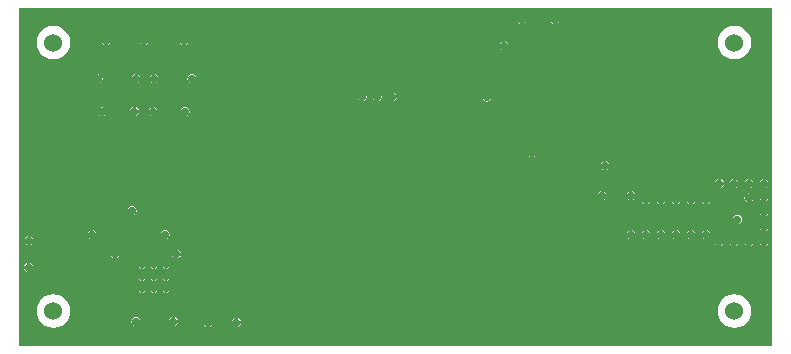
<source format=gbl>
G04*
G04 #@! TF.GenerationSoftware,Altium Limited,Altium Designer,20.1.14 (287)*
G04*
G04 Layer_Physical_Order=5*
G04 Layer_Color=16711680*
%FSLAX25Y25*%
%MOIN*%
G70*
G04*
G04 #@! TF.SameCoordinates,6CECFA62-5CAE-4AFB-ABBD-F4F89981EE89*
G04*
G04*
G04 #@! TF.FilePolarity,Positive*
G04*
G01*
G75*
%ADD55C,0.06000*%
%ADD56C,0.02900*%
%ADD57C,0.02800*%
%ADD58C,0.01968*%
G36*
X453500Y185000D02*
X202500D01*
Y297000D01*
X202462Y297038D01*
X202653Y297500D01*
X453500D01*
Y185000D01*
D02*
G37*
%LPC*%
G36*
X381581Y294879D02*
Y294000D01*
X382460D01*
X382447Y294066D01*
X382127Y294545D01*
X381647Y294866D01*
X381581Y294879D01*
D02*
G37*
G36*
X380581D02*
X380516Y294866D01*
X380036Y294545D01*
X379715Y294066D01*
X379702Y294000D01*
X380581D01*
Y294879D01*
D02*
G37*
G36*
X370602D02*
Y294000D01*
X371481D01*
X371468Y294066D01*
X371148Y294545D01*
X370668Y294866D01*
X370602Y294879D01*
D02*
G37*
G36*
X369602D02*
X369537Y294866D01*
X369057Y294545D01*
X368737Y294066D01*
X368723Y294000D01*
X369602D01*
Y294879D01*
D02*
G37*
G36*
X382460Y293000D02*
X381581D01*
Y292121D01*
X381647Y292134D01*
X382127Y292455D01*
X382447Y292934D01*
X382460Y293000D01*
D02*
G37*
G36*
X380581D02*
X379702D01*
X379715Y292934D01*
X380036Y292455D01*
X380516Y292134D01*
X380581Y292121D01*
Y293000D01*
D02*
G37*
G36*
X371481D02*
X370602D01*
Y292121D01*
X370668Y292134D01*
X371148Y292455D01*
X371468Y292934D01*
X371481Y293000D01*
D02*
G37*
G36*
X369602D02*
X368723D01*
X368737Y292934D01*
X369057Y292455D01*
X369537Y292134D01*
X369602Y292121D01*
Y293000D01*
D02*
G37*
G36*
X244750Y287879D02*
Y287000D01*
X245629D01*
X245616Y287066D01*
X245295Y287545D01*
X244816Y287866D01*
X244750Y287879D01*
D02*
G37*
G36*
X243750D02*
X243684Y287866D01*
X243205Y287545D01*
X242884Y287066D01*
X242871Y287000D01*
X243750D01*
Y287879D01*
D02*
G37*
G36*
X364595Y286379D02*
Y285500D01*
X365473D01*
X365460Y285566D01*
X365140Y286045D01*
X364660Y286366D01*
X364595Y286379D01*
D02*
G37*
G36*
X363595D02*
X363529Y286366D01*
X363049Y286045D01*
X362729Y285566D01*
X362716Y285500D01*
X363595D01*
Y286379D01*
D02*
G37*
G36*
X245629Y286000D02*
X244750D01*
Y285121D01*
X244816Y285134D01*
X245295Y285455D01*
X245616Y285934D01*
X245629Y286000D01*
D02*
G37*
G36*
X243750D02*
X242871D01*
X242884Y285934D01*
X243205Y285455D01*
X243684Y285134D01*
X243750Y285121D01*
Y286000D01*
D02*
G37*
G36*
X231500Y287927D02*
X230954Y287819D01*
X230491Y287509D01*
X230181Y287046D01*
X230073Y286500D01*
X230181Y285954D01*
X230491Y285491D01*
X230954Y285181D01*
X231500Y285073D01*
X232046Y285181D01*
X232509Y285491D01*
X232819Y285954D01*
X232927Y286500D01*
X232819Y287046D01*
X232509Y287509D01*
X232046Y287819D01*
X231500Y287927D01*
D02*
G37*
G36*
X257500Y287978D02*
X256934Y287866D01*
X256455Y287545D01*
X256134Y287066D01*
X256022Y286500D01*
X256134Y285934D01*
X256455Y285455D01*
X256934Y285134D01*
X257500Y285022D01*
X258066Y285134D01*
X258545Y285455D01*
X258866Y285934D01*
X258978Y286500D01*
X258866Y287066D01*
X258545Y287545D01*
X258066Y287866D01*
X257500Y287978D01*
D02*
G37*
G36*
X365473Y284500D02*
X364595D01*
Y283621D01*
X364660Y283634D01*
X365140Y283955D01*
X365460Y284434D01*
X365473Y284500D01*
D02*
G37*
G36*
X363595D02*
X362716D01*
X362729Y284434D01*
X363049Y283955D01*
X363529Y283634D01*
X363595Y283621D01*
Y284500D01*
D02*
G37*
G36*
X441000Y291648D02*
X439538Y291456D01*
X438176Y290892D01*
X437006Y289994D01*
X436108Y288824D01*
X435544Y287462D01*
X435352Y286000D01*
X435544Y284538D01*
X436108Y283176D01*
X437006Y282006D01*
X438176Y281108D01*
X439538Y280544D01*
X441000Y280352D01*
X442462Y280544D01*
X443824Y281108D01*
X444994Y282006D01*
X445892Y283176D01*
X446456Y284538D01*
X446648Y286000D01*
X446456Y287462D01*
X445892Y288824D01*
X444994Y289994D01*
X443824Y290892D01*
X442462Y291456D01*
X441000Y291648D01*
D02*
G37*
G36*
X214000D02*
X212538Y291456D01*
X211176Y290892D01*
X210006Y289994D01*
X209108Y288824D01*
X208544Y287462D01*
X208352Y286000D01*
X208544Y284538D01*
X209108Y283176D01*
X210006Y282006D01*
X211176Y281108D01*
X212538Y280544D01*
X214000Y280352D01*
X215462Y280544D01*
X216824Y281108D01*
X217994Y282006D01*
X218892Y283176D01*
X219456Y284538D01*
X219648Y286000D01*
X219456Y287462D01*
X218892Y288824D01*
X217994Y289994D01*
X216824Y290892D01*
X215462Y291456D01*
X214000Y291648D01*
D02*
G37*
G36*
X248000Y275379D02*
Y274500D01*
X248879D01*
X248866Y274566D01*
X248545Y275045D01*
X248066Y275366D01*
X248000Y275379D01*
D02*
G37*
G36*
X247000D02*
X246934Y275366D01*
X246455Y275045D01*
X246134Y274566D01*
X246121Y274500D01*
X247000D01*
Y275379D01*
D02*
G37*
G36*
X242098D02*
Y274500D01*
X242977D01*
X242964Y274566D01*
X242644Y275045D01*
X242164Y275366D01*
X242098Y275379D01*
D02*
G37*
G36*
X241098D02*
X241033Y275366D01*
X240553Y275045D01*
X240233Y274566D01*
X240219Y274500D01*
X241098D01*
Y275379D01*
D02*
G37*
G36*
X248879Y273500D02*
X248000D01*
Y272621D01*
X248066Y272634D01*
X248545Y272955D01*
X248866Y273434D01*
X248879Y273500D01*
D02*
G37*
G36*
X247000D02*
X246121D01*
X246134Y273434D01*
X246455Y272955D01*
X246934Y272634D01*
X247000Y272621D01*
Y273500D01*
D02*
G37*
G36*
X242977D02*
X242098D01*
Y272621D01*
X242164Y272634D01*
X242644Y272955D01*
X242964Y273434D01*
X242977Y273500D01*
D02*
G37*
G36*
X241098D02*
X240219D01*
X240233Y273434D01*
X240553Y272955D01*
X241033Y272634D01*
X241098Y272621D01*
Y273500D01*
D02*
G37*
G36*
X229000Y275427D02*
X228454Y275319D01*
X227991Y275009D01*
X227681Y274546D01*
X227573Y274000D01*
X227681Y273454D01*
X227991Y272991D01*
X228454Y272681D01*
X229000Y272573D01*
X229546Y272681D01*
X230009Y272991D01*
X230319Y273454D01*
X230427Y274000D01*
X230319Y274546D01*
X230009Y275009D01*
X229546Y275319D01*
X229000Y275427D01*
D02*
G37*
G36*
X260098Y275478D02*
X259533Y275366D01*
X259053Y275045D01*
X258733Y274566D01*
X258620Y274000D01*
X258733Y273434D01*
X259053Y272955D01*
X259533Y272634D01*
X260098Y272522D01*
X260664Y272634D01*
X261144Y272955D01*
X261464Y273434D01*
X261577Y274000D01*
X261464Y274566D01*
X261144Y275045D01*
X260664Y275366D01*
X260098Y275478D01*
D02*
G37*
G36*
X327500Y269328D02*
Y268449D01*
X328379D01*
X328366Y268515D01*
X328045Y268994D01*
X327566Y269315D01*
X327500Y269328D01*
D02*
G37*
G36*
X326500D02*
X326434Y269315D01*
X325955Y268994D01*
X325634Y268515D01*
X325621Y268449D01*
X326500D01*
Y269328D01*
D02*
G37*
G36*
X328379Y267449D02*
X327500D01*
Y266570D01*
X327566Y266583D01*
X328045Y266903D01*
X328366Y267383D01*
X328379Y267449D01*
D02*
G37*
G36*
X326500D02*
X325621D01*
X325634Y267383D01*
X325955Y266903D01*
X326434Y266583D01*
X326500Y266570D01*
Y267449D01*
D02*
G37*
G36*
X322000Y269325D02*
X321454Y269216D01*
X320991Y268907D01*
X320681Y268444D01*
X320573Y267898D01*
X320681Y267351D01*
X320991Y266888D01*
X321454Y266579D01*
X322000Y266470D01*
X322546Y266579D01*
X323009Y266888D01*
X323319Y267351D01*
X323427Y267898D01*
X323319Y268444D01*
X323009Y268907D01*
X322546Y269216D01*
X322000Y269325D01*
D02*
G37*
G36*
X317000D02*
X316454Y269216D01*
X315991Y268907D01*
X315681Y268444D01*
X315573Y267898D01*
X315681Y267351D01*
X315991Y266888D01*
X316454Y266579D01*
X317000Y266470D01*
X317546Y266579D01*
X318009Y266888D01*
X318319Y267351D01*
X318427Y267898D01*
X318319Y268444D01*
X318009Y268907D01*
X317546Y269216D01*
X317000Y269325D01*
D02*
G37*
G36*
X358500Y269230D02*
X357934Y269118D01*
X357455Y268797D01*
X357134Y268318D01*
X357022Y267752D01*
X357134Y267186D01*
X357455Y266707D01*
X357934Y266386D01*
X358500Y266274D01*
X359066Y266386D01*
X359545Y266707D01*
X359866Y267186D01*
X359978Y267752D01*
X359866Y268318D01*
X359545Y268797D01*
X359066Y269118D01*
X358500Y269230D01*
D02*
G37*
G36*
X247581Y264379D02*
Y263500D01*
X248460D01*
X248447Y263566D01*
X248127Y264045D01*
X247647Y264366D01*
X247581Y264379D01*
D02*
G37*
G36*
X246581D02*
X246515Y264366D01*
X246036Y264045D01*
X245715Y263566D01*
X245702Y263500D01*
X246581D01*
Y264379D01*
D02*
G37*
G36*
X241500D02*
Y263500D01*
X242379D01*
X242366Y263566D01*
X242045Y264045D01*
X241566Y264366D01*
X241500Y264379D01*
D02*
G37*
G36*
X240500D02*
X240434Y264366D01*
X239955Y264045D01*
X239634Y263566D01*
X239621Y263500D01*
X240500D01*
Y264379D01*
D02*
G37*
G36*
X248460Y262500D02*
X247581D01*
Y261621D01*
X247647Y261634D01*
X248127Y261955D01*
X248447Y262434D01*
X248460Y262500D01*
D02*
G37*
G36*
X246581D02*
X245702D01*
X245715Y262434D01*
X246036Y261955D01*
X246515Y261634D01*
X246581Y261621D01*
Y262500D01*
D02*
G37*
G36*
X242379D02*
X241500D01*
Y261621D01*
X241566Y261634D01*
X242045Y261955D01*
X242366Y262434D01*
X242379Y262500D01*
D02*
G37*
G36*
X240500D02*
X239621D01*
X239634Y262434D01*
X239955Y261955D01*
X240434Y261634D01*
X240500Y261621D01*
Y262500D01*
D02*
G37*
G36*
X230163Y264427D02*
X229616Y264319D01*
X229153Y264009D01*
X228844Y263546D01*
X228735Y263000D01*
X228844Y262454D01*
X229153Y261991D01*
X229616Y261681D01*
X230163Y261573D01*
X230709Y261681D01*
X231172Y261991D01*
X231481Y262454D01*
X231590Y263000D01*
X231481Y263546D01*
X231172Y264009D01*
X230709Y264319D01*
X230163Y264427D01*
D02*
G37*
G36*
X257919Y264478D02*
X257353Y264366D01*
X256873Y264045D01*
X256553Y263566D01*
X256440Y263000D01*
X256553Y262434D01*
X256873Y261955D01*
X257353Y261634D01*
X257919Y261522D01*
X258485Y261634D01*
X258964Y261955D01*
X259285Y262434D01*
X259397Y263000D01*
X259285Y263566D01*
X258964Y264045D01*
X258485Y264366D01*
X257919Y264478D01*
D02*
G37*
G36*
X374000Y250576D02*
Y249748D01*
X374828D01*
X374819Y249794D01*
X374509Y250257D01*
X374046Y250567D01*
X374000Y250576D01*
D02*
G37*
G36*
X373000D02*
X372954Y250567D01*
X372491Y250257D01*
X372181Y249794D01*
X372172Y249748D01*
X373000D01*
Y250576D01*
D02*
G37*
G36*
X374828Y248748D02*
X374000D01*
Y247920D01*
X374046Y247929D01*
X374509Y248239D01*
X374819Y248702D01*
X374828Y248748D01*
D02*
G37*
G36*
X373000D02*
X372172D01*
X372181Y248702D01*
X372491Y248239D01*
X372954Y247929D01*
X373000Y247920D01*
Y248748D01*
D02*
G37*
G36*
X398311Y246379D02*
Y245500D01*
X399190D01*
X399177Y245566D01*
X398856Y246045D01*
X398377Y246366D01*
X398311Y246379D01*
D02*
G37*
G36*
X397311D02*
X397245Y246366D01*
X396766Y246045D01*
X396445Y245566D01*
X396432Y245500D01*
X397311D01*
Y246379D01*
D02*
G37*
G36*
X399190Y244500D02*
X398311D01*
Y243621D01*
X398377Y243634D01*
X398856Y243955D01*
X399177Y244434D01*
X399190Y244500D01*
D02*
G37*
G36*
X397311D02*
X396432D01*
X396445Y244434D01*
X396766Y243955D01*
X397245Y243634D01*
X397311Y243621D01*
Y244500D01*
D02*
G37*
G36*
X451419Y240379D02*
Y239500D01*
X452298D01*
X452285Y239566D01*
X451964Y240045D01*
X451484Y240366D01*
X451419Y240379D01*
D02*
G37*
G36*
X450419D02*
X450353Y240366D01*
X449873Y240045D01*
X449553Y239566D01*
X449540Y239500D01*
X450419D01*
Y240379D01*
D02*
G37*
G36*
X446419D02*
Y239500D01*
X447298D01*
X447285Y239566D01*
X446964Y240045D01*
X446485Y240366D01*
X446419Y240379D01*
D02*
G37*
G36*
X445419D02*
X445353Y240366D01*
X444873Y240045D01*
X444553Y239566D01*
X444540Y239500D01*
X445419D01*
Y240379D01*
D02*
G37*
G36*
X441419D02*
Y239500D01*
X442298D01*
X442285Y239566D01*
X441964Y240045D01*
X441484Y240366D01*
X441419Y240379D01*
D02*
G37*
G36*
X440419D02*
X440353Y240366D01*
X439873Y240045D01*
X439553Y239566D01*
X439540Y239500D01*
X440419D01*
Y240379D01*
D02*
G37*
G36*
X436500D02*
Y239500D01*
X437379D01*
X437366Y239566D01*
X437045Y240045D01*
X436566Y240366D01*
X436500Y240379D01*
D02*
G37*
G36*
X435500D02*
X435434Y240366D01*
X434955Y240045D01*
X434634Y239566D01*
X434621Y239500D01*
X435500D01*
Y240379D01*
D02*
G37*
G36*
X452298Y238500D02*
X451419D01*
Y237621D01*
X451484Y237634D01*
X451964Y237955D01*
X452285Y238434D01*
X452298Y238500D01*
D02*
G37*
G36*
X450419D02*
X449540D01*
X449553Y238434D01*
X449873Y237955D01*
X450353Y237634D01*
X450419Y237621D01*
Y238500D01*
D02*
G37*
G36*
X447298D02*
X446419D01*
Y237621D01*
X446485Y237634D01*
X446964Y237955D01*
X447285Y238434D01*
X447298Y238500D01*
D02*
G37*
G36*
X445419D02*
X444540D01*
X444553Y238434D01*
X444873Y237955D01*
X445353Y237634D01*
X445419Y237621D01*
Y238500D01*
D02*
G37*
G36*
X442298D02*
X441419D01*
Y237621D01*
X441484Y237634D01*
X441964Y237955D01*
X442285Y238434D01*
X442298Y238500D01*
D02*
G37*
G36*
X440419D02*
X439540D01*
X439553Y238434D01*
X439873Y237955D01*
X440353Y237634D01*
X440419Y237621D01*
Y238500D01*
D02*
G37*
G36*
X437379D02*
X436500D01*
Y237621D01*
X436566Y237634D01*
X437045Y237955D01*
X437366Y238434D01*
X437379Y238500D01*
D02*
G37*
G36*
X435500D02*
X434621D01*
X434634Y238434D01*
X434955Y237955D01*
X435434Y237634D01*
X435500Y237621D01*
Y238500D01*
D02*
G37*
G36*
X407000Y236379D02*
Y235500D01*
X407879D01*
X407866Y235566D01*
X407545Y236045D01*
X407066Y236366D01*
X407000Y236379D01*
D02*
G37*
G36*
X406000D02*
X405934Y236366D01*
X405455Y236045D01*
X405134Y235566D01*
X405121Y235500D01*
X406000D01*
Y236379D01*
D02*
G37*
G36*
X397419D02*
Y235500D01*
X398298D01*
X398285Y235566D01*
X397964Y236045D01*
X397484Y236366D01*
X397419Y236379D01*
D02*
G37*
G36*
X396419D02*
X396353Y236366D01*
X395873Y236045D01*
X395553Y235566D01*
X395540Y235500D01*
X396419D01*
Y236379D01*
D02*
G37*
G36*
X451419Y235879D02*
Y235000D01*
X452298D01*
X452285Y235066D01*
X451964Y235545D01*
X451484Y235866D01*
X451419Y235879D01*
D02*
G37*
G36*
X450419D02*
X450353Y235866D01*
X449873Y235545D01*
X449553Y235066D01*
X449540Y235000D01*
X450419D01*
Y235879D01*
D02*
G37*
G36*
X432000Y234879D02*
Y234000D01*
X432879D01*
X432866Y234066D01*
X432545Y234545D01*
X432066Y234866D01*
X432000Y234879D01*
D02*
G37*
G36*
X431000D02*
X430934Y234866D01*
X430455Y234545D01*
X430134Y234066D01*
X430121Y234000D01*
X431000D01*
Y234879D01*
D02*
G37*
G36*
X427000D02*
Y234000D01*
X427879D01*
X427866Y234066D01*
X427545Y234545D01*
X427066Y234866D01*
X427000Y234879D01*
D02*
G37*
G36*
X426000D02*
X425934Y234866D01*
X425455Y234545D01*
X425134Y234066D01*
X425121Y234000D01*
X426000D01*
Y234879D01*
D02*
G37*
G36*
X422000D02*
Y234000D01*
X422879D01*
X422866Y234066D01*
X422545Y234545D01*
X422066Y234866D01*
X422000Y234879D01*
D02*
G37*
G36*
X421000D02*
X420934Y234866D01*
X420455Y234545D01*
X420134Y234066D01*
X420121Y234000D01*
X421000D01*
Y234879D01*
D02*
G37*
G36*
X417000D02*
Y234000D01*
X417879D01*
X417866Y234066D01*
X417545Y234545D01*
X417066Y234866D01*
X417000Y234879D01*
D02*
G37*
G36*
X416000D02*
X415934Y234866D01*
X415455Y234545D01*
X415134Y234066D01*
X415121Y234000D01*
X416000D01*
Y234879D01*
D02*
G37*
G36*
X412000D02*
Y234000D01*
X412879D01*
X412866Y234066D01*
X412545Y234545D01*
X412066Y234866D01*
X412000Y234879D01*
D02*
G37*
G36*
X411000D02*
X410934Y234866D01*
X410455Y234545D01*
X410134Y234066D01*
X410121Y234000D01*
X411000D01*
Y234879D01*
D02*
G37*
G36*
X407879Y234500D02*
X407000D01*
Y233621D01*
X407066Y233634D01*
X407545Y233955D01*
X407866Y234434D01*
X407879Y234500D01*
D02*
G37*
G36*
X406000D02*
X405121D01*
X405134Y234434D01*
X405455Y233955D01*
X405934Y233634D01*
X406000Y233621D01*
Y234500D01*
D02*
G37*
G36*
X398298D02*
X397419D01*
Y233621D01*
X397484Y233634D01*
X397964Y233955D01*
X398285Y234434D01*
X398298Y234500D01*
D02*
G37*
G36*
X396419D02*
X395540D01*
X395553Y234434D01*
X395873Y233955D01*
X396353Y233634D01*
X396419Y233621D01*
Y234500D01*
D02*
G37*
G36*
X452298Y234000D02*
X451419D01*
Y233121D01*
X451484Y233134D01*
X451964Y233455D01*
X452285Y233934D01*
X452298Y234000D01*
D02*
G37*
G36*
X450419D02*
X449540D01*
X449553Y233934D01*
X449873Y233455D01*
X450353Y233134D01*
X450419Y233121D01*
Y234000D01*
D02*
G37*
G36*
X445740Y235703D02*
X445174Y235590D01*
X444695Y235270D01*
X444374Y234790D01*
X444262Y234224D01*
X444374Y233659D01*
X444695Y233179D01*
X445174Y232858D01*
X445740Y232746D01*
X446306Y232858D01*
X446785Y233179D01*
X447106Y233659D01*
X447219Y234224D01*
X447106Y234790D01*
X446785Y235270D01*
X446306Y235590D01*
X445740Y235703D01*
D02*
G37*
G36*
X432879Y233000D02*
X432000D01*
Y232121D01*
X432066Y232134D01*
X432545Y232455D01*
X432866Y232934D01*
X432879Y233000D01*
D02*
G37*
G36*
X431000D02*
X430121D01*
X430134Y232934D01*
X430455Y232455D01*
X430934Y232134D01*
X431000Y232121D01*
Y233000D01*
D02*
G37*
G36*
X427879D02*
X427000D01*
Y232121D01*
X427066Y232134D01*
X427545Y232455D01*
X427866Y232934D01*
X427879Y233000D01*
D02*
G37*
G36*
X426000D02*
X425121D01*
X425134Y232934D01*
X425455Y232455D01*
X425934Y232134D01*
X426000Y232121D01*
Y233000D01*
D02*
G37*
G36*
X422879D02*
X422000D01*
Y232121D01*
X422066Y232134D01*
X422545Y232455D01*
X422866Y232934D01*
X422879Y233000D01*
D02*
G37*
G36*
X421000D02*
X420121D01*
X420134Y232934D01*
X420455Y232455D01*
X420934Y232134D01*
X421000Y232121D01*
Y233000D01*
D02*
G37*
G36*
X417879D02*
X417000D01*
Y232121D01*
X417066Y232134D01*
X417545Y232455D01*
X417866Y232934D01*
X417879Y233000D01*
D02*
G37*
G36*
X416000D02*
X415121D01*
X415134Y232934D01*
X415455Y232455D01*
X415934Y232134D01*
X416000Y232121D01*
Y233000D01*
D02*
G37*
G36*
X412879D02*
X412000D01*
Y232121D01*
X412066Y232134D01*
X412545Y232455D01*
X412866Y232934D01*
X412879Y233000D01*
D02*
G37*
G36*
X411000D02*
X410121D01*
X410134Y232934D01*
X410455Y232455D01*
X410934Y232134D01*
X411000Y232121D01*
Y233000D01*
D02*
G37*
G36*
X451419Y230879D02*
Y230000D01*
X452298D01*
X452285Y230066D01*
X451964Y230545D01*
X451484Y230866D01*
X451419Y230879D01*
D02*
G37*
G36*
X450419D02*
X450353Y230866D01*
X449873Y230545D01*
X449553Y230066D01*
X449540Y230000D01*
X450419D01*
Y230879D01*
D02*
G37*
G36*
X240283Y231478D02*
X239718Y231366D01*
X239238Y231045D01*
X238918Y230566D01*
X238805Y230000D01*
X238918Y229434D01*
X239238Y228955D01*
X239718Y228634D01*
X240283Y228522D01*
X240849Y228634D01*
X241329Y228955D01*
X241649Y229434D01*
X241762Y230000D01*
X241649Y230566D01*
X241329Y231045D01*
X240849Y231366D01*
X240283Y231478D01*
D02*
G37*
G36*
X452298Y229000D02*
X451419D01*
Y228121D01*
X451484Y228134D01*
X451964Y228455D01*
X452285Y228934D01*
X452298Y229000D01*
D02*
G37*
G36*
X450419D02*
X449540D01*
X449553Y228934D01*
X449873Y228455D01*
X450353Y228134D01*
X450419Y228121D01*
Y229000D01*
D02*
G37*
G36*
X442000Y228478D02*
X441434Y228366D01*
X440955Y228045D01*
X440634Y227566D01*
X440522Y227000D01*
X440634Y226434D01*
X440955Y225955D01*
X441434Y225634D01*
X442000Y225522D01*
X442566Y225634D01*
X443045Y225955D01*
X443366Y226434D01*
X443478Y227000D01*
X443366Y227566D01*
X443045Y228045D01*
X442566Y228366D01*
X442000Y228478D01*
D02*
G37*
G36*
X451419Y225879D02*
Y225000D01*
X452298D01*
X452285Y225066D01*
X451964Y225545D01*
X451484Y225866D01*
X451419Y225879D01*
D02*
G37*
G36*
X450419D02*
X450353Y225866D01*
X449873Y225545D01*
X449553Y225066D01*
X449540Y225000D01*
X450419D01*
Y225879D01*
D02*
G37*
G36*
X452298Y224000D02*
X451419D01*
Y223121D01*
X451484Y223134D01*
X451964Y223455D01*
X452285Y223934D01*
X452298Y224000D01*
D02*
G37*
G36*
X450419D02*
X449540D01*
X449553Y223934D01*
X449873Y223455D01*
X450353Y223134D01*
X450419Y223121D01*
Y224000D01*
D02*
G37*
G36*
X431919Y223379D02*
Y222500D01*
X432798D01*
X432785Y222566D01*
X432464Y223045D01*
X431985Y223366D01*
X431919Y223379D01*
D02*
G37*
G36*
X430919D02*
X430853Y223366D01*
X430373Y223045D01*
X430053Y222566D01*
X430040Y222500D01*
X430919D01*
Y223379D01*
D02*
G37*
G36*
X426919D02*
Y222500D01*
X427798D01*
X427785Y222566D01*
X427464Y223045D01*
X426985Y223366D01*
X426919Y223379D01*
D02*
G37*
G36*
X425919D02*
X425853Y223366D01*
X425373Y223045D01*
X425053Y222566D01*
X425040Y222500D01*
X425919D01*
Y223379D01*
D02*
G37*
G36*
X421919D02*
Y222500D01*
X422798D01*
X422785Y222566D01*
X422464Y223045D01*
X421984Y223366D01*
X421919Y223379D01*
D02*
G37*
G36*
X420919D02*
X420853Y223366D01*
X420373Y223045D01*
X420053Y222566D01*
X420040Y222500D01*
X420919D01*
Y223379D01*
D02*
G37*
G36*
X416919D02*
Y222500D01*
X417798D01*
X417785Y222566D01*
X417464Y223045D01*
X416985Y223366D01*
X416919Y223379D01*
D02*
G37*
G36*
X415919D02*
X415853Y223366D01*
X415373Y223045D01*
X415053Y222566D01*
X415040Y222500D01*
X415919D01*
Y223379D01*
D02*
G37*
G36*
X411919D02*
Y222500D01*
X412798D01*
X412785Y222566D01*
X412464Y223045D01*
X411984Y223366D01*
X411919Y223379D01*
D02*
G37*
G36*
X410919D02*
X410853Y223366D01*
X410373Y223045D01*
X410053Y222566D01*
X410040Y222500D01*
X410919D01*
Y223379D01*
D02*
G37*
G36*
X406919D02*
Y222500D01*
X407798D01*
X407785Y222566D01*
X407464Y223045D01*
X406985Y223366D01*
X406919Y223379D01*
D02*
G37*
G36*
X405919D02*
X405853Y223366D01*
X405373Y223045D01*
X405053Y222566D01*
X405040Y222500D01*
X405919D01*
Y223379D01*
D02*
G37*
G36*
X227284D02*
Y222500D01*
X228162D01*
X228149Y222566D01*
X227829Y223045D01*
X227349Y223366D01*
X227284Y223379D01*
D02*
G37*
G36*
X226284D02*
X226218Y223366D01*
X225738Y223045D01*
X225418Y222566D01*
X225405Y222500D01*
X226284D01*
Y223379D01*
D02*
G37*
G36*
X228162Y221500D02*
X227284D01*
Y220621D01*
X227349Y220634D01*
X227829Y220955D01*
X228149Y221434D01*
X228162Y221500D01*
D02*
G37*
G36*
X226284D02*
X225405D01*
X225418Y221434D01*
X225738Y220955D01*
X226218Y220634D01*
X226284Y220621D01*
Y221500D01*
D02*
G37*
G36*
X432798D02*
X431919D01*
Y220621D01*
X431985Y220634D01*
X432464Y220955D01*
X432785Y221434D01*
X432798Y221500D01*
D02*
G37*
G36*
X430919D02*
X430040D01*
X430053Y221434D01*
X430373Y220955D01*
X430853Y220634D01*
X430919Y220621D01*
Y221500D01*
D02*
G37*
G36*
X427798D02*
X426919D01*
Y220621D01*
X426985Y220634D01*
X427464Y220955D01*
X427785Y221434D01*
X427798Y221500D01*
D02*
G37*
G36*
X425919D02*
X425040D01*
X425053Y221434D01*
X425373Y220955D01*
X425853Y220634D01*
X425919Y220621D01*
Y221500D01*
D02*
G37*
G36*
X422798D02*
X421919D01*
Y220621D01*
X421984Y220634D01*
X422464Y220955D01*
X422785Y221434D01*
X422798Y221500D01*
D02*
G37*
G36*
X420919D02*
X420040D01*
X420053Y221434D01*
X420373Y220955D01*
X420853Y220634D01*
X420919Y220621D01*
Y221500D01*
D02*
G37*
G36*
X417798D02*
X416919D01*
Y220621D01*
X416985Y220634D01*
X417464Y220955D01*
X417785Y221434D01*
X417798Y221500D01*
D02*
G37*
G36*
X415919D02*
X415040D01*
X415053Y221434D01*
X415373Y220955D01*
X415853Y220634D01*
X415919Y220621D01*
Y221500D01*
D02*
G37*
G36*
X412798D02*
X411919D01*
Y220621D01*
X411984Y220634D01*
X412464Y220955D01*
X412785Y221434D01*
X412798Y221500D01*
D02*
G37*
G36*
X410919D02*
X410040D01*
X410053Y221434D01*
X410373Y220955D01*
X410853Y220634D01*
X410919Y220621D01*
Y221500D01*
D02*
G37*
G36*
X407798D02*
X406919D01*
Y220621D01*
X406985Y220634D01*
X407464Y220955D01*
X407785Y221434D01*
X407798Y221500D01*
D02*
G37*
G36*
X405919D02*
X405040D01*
X405053Y221434D01*
X405373Y220955D01*
X405853Y220634D01*
X405919Y220621D01*
Y221500D01*
D02*
G37*
G36*
X251284Y223478D02*
X250718Y223366D01*
X250238Y223045D01*
X249918Y222566D01*
X249805Y222000D01*
X249918Y221434D01*
X250238Y220955D01*
X250718Y220634D01*
X251284Y220522D01*
X251849Y220634D01*
X252329Y220955D01*
X252649Y221434D01*
X252762Y222000D01*
X252649Y222566D01*
X252329Y223045D01*
X251849Y223366D01*
X251284Y223478D01*
D02*
G37*
G36*
X206402Y221379D02*
Y220500D01*
X207280D01*
X207267Y220566D01*
X206947Y221045D01*
X206467Y221366D01*
X206402Y221379D01*
D02*
G37*
G36*
X205402D02*
X205336Y221366D01*
X204856Y221045D01*
X204536Y220566D01*
X204523Y220500D01*
X205402D01*
Y221379D01*
D02*
G37*
G36*
X451419Y220879D02*
Y220000D01*
X452298D01*
X452285Y220066D01*
X451964Y220545D01*
X451484Y220866D01*
X451419Y220879D01*
D02*
G37*
G36*
X450419D02*
X450353Y220866D01*
X449873Y220545D01*
X449553Y220066D01*
X449540Y220000D01*
X450419D01*
Y220879D01*
D02*
G37*
G36*
X446419D02*
Y220000D01*
X447298D01*
X447285Y220066D01*
X446964Y220545D01*
X446485Y220866D01*
X446419Y220879D01*
D02*
G37*
G36*
X445419D02*
X445353Y220866D01*
X444873Y220545D01*
X444553Y220066D01*
X444540Y220000D01*
X445419D01*
Y220879D01*
D02*
G37*
G36*
X441419D02*
Y220000D01*
X442298D01*
X442285Y220066D01*
X441964Y220545D01*
X441484Y220866D01*
X441419Y220879D01*
D02*
G37*
G36*
X440419D02*
X440353Y220866D01*
X439873Y220545D01*
X439553Y220066D01*
X439540Y220000D01*
X440419D01*
Y220879D01*
D02*
G37*
G36*
X436419D02*
Y220000D01*
X437298D01*
X437285Y220066D01*
X436964Y220545D01*
X436484Y220866D01*
X436419Y220879D01*
D02*
G37*
G36*
X435419D02*
X435353Y220866D01*
X434873Y220545D01*
X434553Y220066D01*
X434540Y220000D01*
X435419D01*
Y220879D01*
D02*
G37*
G36*
X207280Y219500D02*
X206402D01*
Y218621D01*
X206467Y218634D01*
X206947Y218955D01*
X207267Y219434D01*
X207280Y219500D01*
D02*
G37*
G36*
X205402D02*
X204523D01*
X204536Y219434D01*
X204856Y218955D01*
X205336Y218634D01*
X205402Y218621D01*
Y219500D01*
D02*
G37*
G36*
X452298Y219000D02*
X451419D01*
Y218121D01*
X451484Y218134D01*
X451964Y218455D01*
X452285Y218934D01*
X452298Y219000D01*
D02*
G37*
G36*
X450419D02*
X449540D01*
X449553Y218934D01*
X449873Y218455D01*
X450353Y218134D01*
X450419Y218121D01*
Y219000D01*
D02*
G37*
G36*
X447298D02*
X446419D01*
Y218121D01*
X446485Y218134D01*
X446964Y218455D01*
X447285Y218934D01*
X447298Y219000D01*
D02*
G37*
G36*
X445419D02*
X444540D01*
X444553Y218934D01*
X444873Y218455D01*
X445353Y218134D01*
X445419Y218121D01*
Y219000D01*
D02*
G37*
G36*
X442298D02*
X441419D01*
Y218121D01*
X441484Y218134D01*
X441964Y218455D01*
X442285Y218934D01*
X442298Y219000D01*
D02*
G37*
G36*
X440419D02*
X439540D01*
X439553Y218934D01*
X439873Y218455D01*
X440353Y218134D01*
X440419Y218121D01*
Y219000D01*
D02*
G37*
G36*
X437298D02*
X436419D01*
Y218121D01*
X436484Y218134D01*
X436964Y218455D01*
X437285Y218934D01*
X437298Y219000D01*
D02*
G37*
G36*
X435419D02*
X434540D01*
X434553Y218934D01*
X434873Y218455D01*
X435353Y218134D01*
X435419Y218121D01*
Y219000D01*
D02*
G37*
G36*
X255500Y216879D02*
Y216000D01*
X256379D01*
X256366Y216066D01*
X256045Y216545D01*
X255566Y216866D01*
X255500Y216879D01*
D02*
G37*
G36*
X254500D02*
X254434Y216866D01*
X253955Y216545D01*
X253634Y216066D01*
X253621Y216000D01*
X254500D01*
Y216879D01*
D02*
G37*
G36*
X256379Y215000D02*
X255500D01*
Y214121D01*
X255566Y214134D01*
X256045Y214455D01*
X256366Y214934D01*
X256379Y215000D01*
D02*
G37*
G36*
X254500D02*
X253621D01*
X253634Y214934D01*
X253955Y214455D01*
X254434Y214134D01*
X254500Y214121D01*
Y215000D01*
D02*
G37*
G36*
X234500Y216978D02*
X233934Y216866D01*
X233455Y216545D01*
X233134Y216066D01*
X233022Y215500D01*
X233134Y214934D01*
X233455Y214455D01*
X233934Y214134D01*
X234500Y214022D01*
X235066Y214134D01*
X235545Y214455D01*
X235866Y214934D01*
X235978Y215500D01*
X235866Y216066D01*
X235545Y216545D01*
X235066Y216866D01*
X234500Y216978D01*
D02*
G37*
G36*
X206201Y212379D02*
Y211500D01*
X207080D01*
X207067Y211566D01*
X206746Y212045D01*
X206267Y212366D01*
X206201Y212379D01*
D02*
G37*
G36*
X205201D02*
X205135Y212366D01*
X204655Y212045D01*
X204335Y211566D01*
X204322Y211500D01*
X205201D01*
Y212379D01*
D02*
G37*
G36*
X251437Y212440D02*
X251053Y212364D01*
X250727Y212147D01*
X250510Y211821D01*
X250433Y211437D01*
X250510Y211053D01*
X250727Y210727D01*
X251053Y210510D01*
X251437Y210434D01*
X251821Y210510D01*
X252147Y210727D01*
X252364Y211053D01*
X252441Y211437D01*
X252364Y211821D01*
X252147Y212147D01*
X251821Y212364D01*
X251437Y212440D01*
D02*
G37*
G36*
X243563D02*
X243179Y212364D01*
X242853Y212147D01*
X242636Y211821D01*
X242560Y211437D01*
X242636Y211053D01*
X242853Y210727D01*
X243179Y210510D01*
X243563Y210434D01*
X243947Y210510D01*
X244273Y210727D01*
X244490Y211053D01*
X244566Y211437D01*
X244490Y211821D01*
X244273Y212147D01*
X243947Y212364D01*
X243563Y212440D01*
D02*
G37*
G36*
X247500Y212440D02*
X247116Y212364D01*
X246790Y212147D01*
X246573Y211821D01*
X246497Y211437D01*
X246573Y211053D01*
X246790Y210727D01*
X247116Y210510D01*
X247500Y210434D01*
X247884Y210510D01*
X248210Y210727D01*
X248427Y211053D01*
X248503Y211437D01*
X248427Y211821D01*
X248210Y212147D01*
X247884Y212364D01*
X247500Y212440D01*
D02*
G37*
G36*
X207080Y210500D02*
X206201D01*
Y209621D01*
X206267Y209634D01*
X206746Y209955D01*
X207067Y210434D01*
X207080Y210500D01*
D02*
G37*
G36*
X205201D02*
X204322D01*
X204335Y210434D01*
X204655Y209955D01*
X205135Y209634D01*
X205201Y209621D01*
Y210500D01*
D02*
G37*
G36*
X247500Y208504D02*
X247116Y208427D01*
X246790Y208210D01*
X246573Y207884D01*
X246497Y207500D01*
X246573Y207116D01*
X246790Y206790D01*
X247116Y206573D01*
X247500Y206497D01*
X247884Y206573D01*
X248210Y206790D01*
X248427Y207116D01*
X248503Y207500D01*
X248427Y207884D01*
X248210Y208210D01*
X247884Y208427D01*
X247500Y208504D01*
D02*
G37*
G36*
X243563D02*
X243179Y208427D01*
X242853Y208210D01*
X242636Y207884D01*
X242560Y207500D01*
X242636Y207116D01*
X242853Y206790D01*
X243179Y206573D01*
X243563Y206497D01*
X243947Y206573D01*
X244273Y206790D01*
X244490Y207116D01*
X244566Y207500D01*
X244490Y207884D01*
X244273Y208210D01*
X243947Y208427D01*
X243563Y208504D01*
D02*
G37*
G36*
X251437Y208504D02*
X251053Y208427D01*
X250727Y208210D01*
X250510Y207884D01*
X250433Y207500D01*
X250510Y207116D01*
X250727Y206790D01*
X251053Y206573D01*
X251437Y206497D01*
X251821Y206573D01*
X252147Y206790D01*
X252364Y207116D01*
X252441Y207500D01*
X252364Y207884D01*
X252147Y208210D01*
X251821Y208427D01*
X251437Y208504D01*
D02*
G37*
G36*
X247500Y204567D02*
X247116Y204490D01*
X246790Y204273D01*
X246573Y203947D01*
X246497Y203563D01*
X246573Y203179D01*
X246790Y202853D01*
X247116Y202636D01*
X247500Y202559D01*
X247884Y202636D01*
X248210Y202853D01*
X248427Y203179D01*
X248503Y203563D01*
X248427Y203947D01*
X248210Y204273D01*
X247884Y204490D01*
X247500Y204567D01*
D02*
G37*
G36*
X251437Y204567D02*
X251053Y204490D01*
X250727Y204273D01*
X250510Y203947D01*
X250433Y203563D01*
X250510Y203179D01*
X250727Y202853D01*
X251053Y202636D01*
X251437Y202559D01*
X251821Y202636D01*
X252147Y202853D01*
X252364Y203179D01*
X252441Y203563D01*
X252364Y203947D01*
X252147Y204273D01*
X251821Y204490D01*
X251437Y204567D01*
D02*
G37*
G36*
X243563D02*
X243179Y204490D01*
X242853Y204273D01*
X242636Y203947D01*
X242560Y203563D01*
X242636Y203179D01*
X242853Y202853D01*
X243179Y202636D01*
X243563Y202559D01*
X243947Y202636D01*
X244273Y202853D01*
X244490Y203179D01*
X244566Y203563D01*
X244490Y203947D01*
X244273Y204273D01*
X243947Y204490D01*
X243563Y204567D01*
D02*
G37*
G36*
X254500Y194379D02*
Y193500D01*
X255379D01*
X255366Y193566D01*
X255045Y194045D01*
X254566Y194366D01*
X254500Y194379D01*
D02*
G37*
G36*
X253500D02*
X253434Y194366D01*
X252955Y194045D01*
X252634Y193566D01*
X252621Y193500D01*
X253500D01*
Y194379D01*
D02*
G37*
G36*
X275500Y194042D02*
Y193163D01*
X276379D01*
X276366Y193228D01*
X276045Y193708D01*
X275566Y194028D01*
X275500Y194042D01*
D02*
G37*
G36*
X274500D02*
X274434Y194028D01*
X273955Y193708D01*
X273634Y193228D01*
X273621Y193163D01*
X274500D01*
Y194042D01*
D02*
G37*
G36*
X266000Y193960D02*
Y193081D01*
X266879D01*
X266866Y193147D01*
X266545Y193627D01*
X266066Y193947D01*
X266000Y193960D01*
D02*
G37*
G36*
X265000D02*
X264934Y193947D01*
X264455Y193627D01*
X264134Y193147D01*
X264121Y193081D01*
X265000D01*
Y193960D01*
D02*
G37*
G36*
X255379Y192500D02*
X254500D01*
Y191621D01*
X254566Y191634D01*
X255045Y191955D01*
X255366Y192434D01*
X255379Y192500D01*
D02*
G37*
G36*
X253500D02*
X252621D01*
X252634Y192434D01*
X252955Y191955D01*
X253434Y191634D01*
X253500Y191621D01*
Y192500D01*
D02*
G37*
G36*
X241402Y194478D02*
X240836Y194366D01*
X240356Y194045D01*
X240036Y193566D01*
X239923Y193000D01*
X240036Y192434D01*
X240356Y191955D01*
X240836Y191634D01*
X241402Y191522D01*
X241967Y191634D01*
X242447Y191955D01*
X242767Y192434D01*
X242880Y193000D01*
X242767Y193566D01*
X242447Y194045D01*
X241967Y194366D01*
X241402Y194478D01*
D02*
G37*
G36*
X276379Y192163D02*
X275500D01*
Y191284D01*
X275566Y191297D01*
X276045Y191617D01*
X276366Y192097D01*
X276379Y192163D01*
D02*
G37*
G36*
X274500D02*
X273621D01*
X273634Y192097D01*
X273955Y191617D01*
X274434Y191297D01*
X274500Y191284D01*
Y192163D01*
D02*
G37*
G36*
X266879Y192081D02*
X266000D01*
Y191202D01*
X266066Y191215D01*
X266545Y191536D01*
X266866Y192016D01*
X266879Y192081D01*
D02*
G37*
G36*
X265000D02*
X264121D01*
X264134Y192016D01*
X264455Y191536D01*
X264934Y191215D01*
X265000Y191202D01*
Y192081D01*
D02*
G37*
G36*
X441000Y202148D02*
X439538Y201956D01*
X438176Y201392D01*
X437006Y200494D01*
X436108Y199324D01*
X435544Y197962D01*
X435352Y196500D01*
X435544Y195038D01*
X436108Y193676D01*
X437006Y192506D01*
X438176Y191608D01*
X439538Y191044D01*
X441000Y190852D01*
X442462Y191044D01*
X443824Y191608D01*
X444994Y192506D01*
X445892Y193676D01*
X446456Y195038D01*
X446648Y196500D01*
X446456Y197962D01*
X445892Y199324D01*
X444994Y200494D01*
X443824Y201392D01*
X442462Y201956D01*
X441000Y202148D01*
D02*
G37*
G36*
X214000D02*
X212538Y201956D01*
X211176Y201392D01*
X210006Y200494D01*
X209108Y199324D01*
X208544Y197962D01*
X208352Y196500D01*
X208544Y195038D01*
X209108Y193676D01*
X210006Y192506D01*
X211176Y191608D01*
X212538Y191044D01*
X214000Y190852D01*
X215462Y191044D01*
X216824Y191608D01*
X217994Y192506D01*
X218892Y193676D01*
X219456Y195038D01*
X219648Y196500D01*
X219456Y197962D01*
X218892Y199324D01*
X217994Y200494D01*
X216824Y201392D01*
X215462Y201956D01*
X214000Y202148D01*
D02*
G37*
%LPD*%
D55*
Y196500D02*
D03*
Y286000D02*
D03*
X441000Y196500D02*
D03*
Y286000D02*
D03*
D56*
X436000Y239000D02*
D03*
X205902Y220000D02*
D03*
X205701Y211000D02*
D03*
X251284Y222000D02*
D03*
X255000Y215500D02*
D03*
X234500D02*
D03*
X244250Y286500D02*
D03*
X247500Y274000D02*
D03*
X241598D02*
D03*
X364094Y285000D02*
D03*
X406419Y222000D02*
D03*
X411419D02*
D03*
X396919Y235000D02*
D03*
X397811Y245000D02*
D03*
X406500Y235000D02*
D03*
X411500Y233500D02*
D03*
X445919Y219500D02*
D03*
X440919D02*
D03*
X435919D02*
D03*
X431419Y222000D02*
D03*
X426419D02*
D03*
X445740Y234224D02*
D03*
X440919Y239000D02*
D03*
X445919D02*
D03*
X431500Y233500D02*
D03*
X426500D02*
D03*
X254000Y193000D02*
D03*
X241402D02*
D03*
X240283Y230000D02*
D03*
X247081Y263000D02*
D03*
X241000D02*
D03*
X275000Y192663D02*
D03*
X265500Y192581D02*
D03*
X381081Y293500D02*
D03*
X370102D02*
D03*
X442000Y227000D02*
D03*
X226783Y222000D02*
D03*
X257500Y286500D02*
D03*
X260098Y274000D02*
D03*
X358500Y267752D02*
D03*
X327000Y267949D02*
D03*
X450919Y219500D02*
D03*
X421419Y222000D02*
D03*
X416419D02*
D03*
X450919Y239000D02*
D03*
Y234500D02*
D03*
X416500Y233500D02*
D03*
X421500D02*
D03*
X257919Y263000D02*
D03*
X450919Y229500D02*
D03*
Y224500D02*
D03*
D57*
X317000Y267898D02*
D03*
X373500Y249248D02*
D03*
X229000Y274000D02*
D03*
X231500Y286500D02*
D03*
X322000Y267898D02*
D03*
X230163Y263000D02*
D03*
D58*
X243563Y203563D02*
D03*
Y207500D02*
D03*
Y211437D02*
D03*
X247500Y203563D02*
D03*
X247500Y207500D02*
D03*
X247500Y211437D02*
D03*
X251437Y203563D02*
D03*
X251437Y207500D02*
D03*
X251437Y211437D02*
D03*
M02*

</source>
